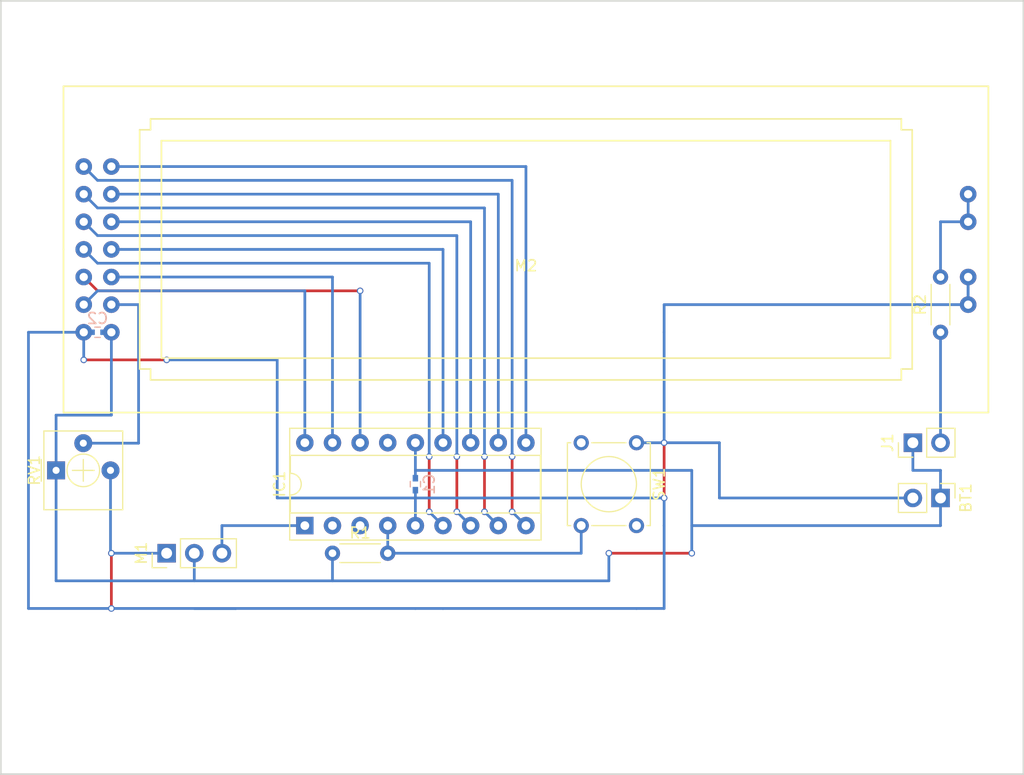
<source format=kicad_pcb>
(kicad_pcb (version 4) (host pcbnew 4.0.7)

  (general
    (links 37)
    (no_connects 2)
    (area -0.075001 -0.075001 94.055001 71.195001)
    (thickness 1.6)
    (drawings 4)
    (tracks 124)
    (zones 0)
    (modules 11)
    (nets 22)
  )

  (page A4)
  (layers
    (0 F.Cu signal)
    (31 B.Cu signal)
    (32 B.Adhes user)
    (33 F.Adhes user)
    (34 B.Paste user)
    (35 F.Paste user)
    (36 B.SilkS user)
    (37 F.SilkS user)
    (38 B.Mask user)
    (39 F.Mask user)
    (40 Dwgs.User user)
    (41 Cmts.User user)
    (42 Eco1.User user)
    (43 Eco2.User user)
    (44 Edge.Cuts user)
    (45 Margin user)
    (46 B.CrtYd user)
    (47 F.CrtYd user)
    (48 B.Fab user)
    (49 F.Fab user)
  )

  (setup
    (last_trace_width 0.25)
    (trace_clearance 0.2)
    (zone_clearance 0.508)
    (zone_45_only no)
    (trace_min 0.2)
    (segment_width 0.2)
    (edge_width 0.15)
    (via_size 0.6)
    (via_drill 0.4)
    (via_min_size 0.4)
    (via_min_drill 0.3)
    (uvia_size 0.3)
    (uvia_drill 0.1)
    (uvias_allowed no)
    (uvia_min_size 0.2)
    (uvia_min_drill 0.1)
    (pcb_text_width 0.3)
    (pcb_text_size 1.5 1.5)
    (mod_edge_width 0.15)
    (mod_text_size 1 1)
    (mod_text_width 0.15)
    (pad_size 1.524 1.524)
    (pad_drill 0.762)
    (pad_to_mask_clearance 0.2)
    (aux_axis_origin 0 0)
    (visible_elements FFFFFF7F)
    (pcbplotparams
      (layerselection 0x00030_80000001)
      (usegerberextensions false)
      (excludeedgelayer true)
      (linewidth 0.100000)
      (plotframeref false)
      (viasonmask false)
      (mode 1)
      (useauxorigin false)
      (hpglpennumber 1)
      (hpglpenspeed 20)
      (hpglpendiameter 15)
      (hpglpenoverlay 2)
      (psnegative false)
      (psa4output false)
      (plotreference true)
      (plotvalue true)
      (plotinvisibletext false)
      (padsonsilk false)
      (subtractmaskfromsilk false)
      (outputformat 1)
      (mirror false)
      (drillshape 1)
      (scaleselection 1)
      (outputdirectory ""))
  )

  (net 0 "")
  (net 1 GND)
  (net 2 VCC)
  (net 3 "Net-(IC1-Pad1)")
  (net 4 "Net-(IC1-Pad10)")
  (net 5 "Net-(IC1-Pad2)")
  (net 6 "Net-(IC1-Pad11)")
  (net 7 "Net-(IC1-Pad3)")
  (net 8 "Net-(IC1-Pad12)")
  (net 9 "Net-(IC1-Pad4)")
  (net 10 "Net-(IC1-Pad13)")
  (net 11 "Net-(IC1-Pad6)")
  (net 12 "Net-(IC1-Pad15)")
  (net 13 "Net-(IC1-Pad7)")
  (net 14 "Net-(IC1-Pad16)")
  (net 15 "Net-(IC1-Pad8)")
  (net 16 "Net-(IC1-Pad17)")
  (net 17 "Net-(IC1-Pad9)")
  (net 18 "Net-(IC1-Pad18)")
  (net 19 "Net-(M2-Pad3)")
  (net 20 "Net-(M2-Pad15)")
  (net 21 "Net-(J1-Pad2)")

  (net_class Default "これは標準のネット クラスです。"
    (clearance 0.2)
    (trace_width 0.25)
    (via_dia 0.6)
    (via_drill 0.4)
    (uvia_dia 0.3)
    (uvia_drill 0.1)
    (add_net GND)
    (add_net "Net-(IC1-Pad1)")
    (add_net "Net-(IC1-Pad10)")
    (add_net "Net-(IC1-Pad11)")
    (add_net "Net-(IC1-Pad12)")
    (add_net "Net-(IC1-Pad13)")
    (add_net "Net-(IC1-Pad15)")
    (add_net "Net-(IC1-Pad16)")
    (add_net "Net-(IC1-Pad17)")
    (add_net "Net-(IC1-Pad18)")
    (add_net "Net-(IC1-Pad2)")
    (add_net "Net-(IC1-Pad3)")
    (add_net "Net-(IC1-Pad4)")
    (add_net "Net-(IC1-Pad6)")
    (add_net "Net-(IC1-Pad7)")
    (add_net "Net-(IC1-Pad8)")
    (add_net "Net-(IC1-Pad9)")
    (add_net "Net-(J1-Pad2)")
    (add_net "Net-(M2-Pad15)")
    (add_net "Net-(M2-Pad3)")
    (add_net VCC)
  )

  (module Buttons_Switches_THT:SW_Tactile_Straight_KSL0Axx1LFTR (layer F.Cu) (tedit 592E7E42) (tstamp 5AA12AED)
    (at 58.42 40.64 270)
    (descr "SW PUSH SMALL http://www.ckswitches.com/media/1457/ksa_ksl.pdf")
    (tags "SW PUSH SMALL Tactile C&K")
    (path /5AA128D9)
    (fp_text reference SW1 (at 3.81 -2.08 270) (layer F.SilkS)
      (effects (font (size 1 1) (thickness 0.15)))
    )
    (fp_text value SW_Push (at 3.81 7.28 270) (layer F.Fab)
      (effects (font (size 1 1) (thickness 0.15)))
    )
    (fp_line (start 7.51 6.24) (end 0.11 6.24) (layer F.Fab) (width 0.1))
    (fp_line (start 7.51 -1.16) (end 7.51 6.24) (layer F.Fab) (width 0.1))
    (fp_line (start 0.11 -1.16) (end 7.51 -1.16) (layer F.Fab) (width 0.1))
    (fp_line (start 0.11 6.24) (end 0.11 -1.16) (layer F.Fab) (width 0.1))
    (fp_text user %R (at 3.81 2.54 270) (layer F.Fab)
      (effects (font (size 1 1) (thickness 0.15)))
    )
    (fp_line (start 0 -1.27) (end 7.62 -1.27) (layer F.SilkS) (width 0.12))
    (fp_line (start 7.62 -1.27) (end 7.62 -0.97) (layer F.SilkS) (width 0.12))
    (fp_line (start 7.62 6.35) (end 0 6.35) (layer F.SilkS) (width 0.12))
    (fp_line (start 0 -1.27) (end 0 -0.97) (layer F.SilkS) (width 0.12))
    (fp_line (start 7.62 0.97) (end 7.62 4.11) (layer F.SilkS) (width 0.12))
    (fp_line (start 0 0.97) (end 0 4.11) (layer F.SilkS) (width 0.12))
    (fp_line (start -0.95 -1.41) (end 8.57 -1.41) (layer F.CrtYd) (width 0.05))
    (fp_line (start -0.95 -1.41) (end -0.95 6.49) (layer F.CrtYd) (width 0.05))
    (fp_line (start 8.57 6.49) (end 8.57 -1.41) (layer F.CrtYd) (width 0.05))
    (fp_line (start 8.57 6.49) (end -0.95 6.49) (layer F.CrtYd) (width 0.05))
    (fp_line (start 7.62 6.05) (end 7.62 6.35) (layer F.SilkS) (width 0.12))
    (fp_line (start 0 6.05) (end 0 6.35) (layer F.SilkS) (width 0.12))
    (fp_circle (center 3.81 2.54) (end 3.81 0) (layer F.SilkS) (width 0.12))
    (pad 1 thru_hole circle (at 7.62 0 270) (size 1.397 1.397) (drill 0.8128) (layers *.Cu *.Mask)
      (net 1 GND))
    (pad 2 thru_hole circle (at 7.62 5.08 270) (size 1.397 1.397) (drill 0.8128) (layers *.Cu *.Mask)
      (net 9 "Net-(IC1-Pad4)"))
    (pad 1 thru_hole circle (at 0 0 270) (size 1.397 1.397) (drill 0.8128) (layers *.Cu *.Mask)
      (net 1 GND))
    (pad 2 thru_hole circle (at 0 5.08 270) (size 1.397 1.397) (drill 0.8128) (layers *.Cu *.Mask)
      (net 9 "Net-(IC1-Pad4)"))
    (model ${KISYS3DMOD}/Buttons_Switches_THT.3dshapes/SW_Tactile_Straight_KSL0Axx1LFTR.wrl
      (at (xyz 0 0 0))
      (scale (xyz 1 1 1))
      (rotate (xyz 0 0 0))
    )
  )

  (module Capacitors_SMD:C_0402 (layer B.Cu) (tedit 58AA841A) (tstamp 5AA0F8DC)
    (at 38.1 44.45 90)
    (descr "Capacitor SMD 0402, reflow soldering, AVX (see smccp.pdf)")
    (tags "capacitor 0402")
    (path /5AA0E766)
    (attr smd)
    (fp_text reference C1 (at 0 1.27 90) (layer B.SilkS)
      (effects (font (size 1 1) (thickness 0.15)) (justify mirror))
    )
    (fp_text value 0.1u (at 0 -1.27 90) (layer B.Fab)
      (effects (font (size 1 1) (thickness 0.15)) (justify mirror))
    )
    (fp_text user %R (at 0 1.27 90) (layer B.Fab)
      (effects (font (size 1 1) (thickness 0.15)) (justify mirror))
    )
    (fp_line (start -0.5 -0.25) (end -0.5 0.25) (layer B.Fab) (width 0.1))
    (fp_line (start 0.5 -0.25) (end -0.5 -0.25) (layer B.Fab) (width 0.1))
    (fp_line (start 0.5 0.25) (end 0.5 -0.25) (layer B.Fab) (width 0.1))
    (fp_line (start -0.5 0.25) (end 0.5 0.25) (layer B.Fab) (width 0.1))
    (fp_line (start 0.25 0.47) (end -0.25 0.47) (layer B.SilkS) (width 0.12))
    (fp_line (start -0.25 -0.47) (end 0.25 -0.47) (layer B.SilkS) (width 0.12))
    (fp_line (start -1 0.4) (end 1 0.4) (layer B.CrtYd) (width 0.05))
    (fp_line (start -1 0.4) (end -1 -0.4) (layer B.CrtYd) (width 0.05))
    (fp_line (start 1 -0.4) (end 1 0.4) (layer B.CrtYd) (width 0.05))
    (fp_line (start 1 -0.4) (end -1 -0.4) (layer B.CrtYd) (width 0.05))
    (pad 1 smd rect (at -0.55 0 90) (size 0.6 0.5) (layers B.Cu B.Paste B.Mask)
      (net 1 GND))
    (pad 2 smd rect (at 0.55 0 90) (size 0.6 0.5) (layers B.Cu B.Paste B.Mask)
      (net 2 VCC))
    (model Capacitors_SMD.3dshapes/C_0402.wrl
      (at (xyz 0 0 0))
      (scale (xyz 1 1 1))
      (rotate (xyz 0 0 0))
    )
  )

  (module Capacitors_SMD:C_0402 (layer B.Cu) (tedit 58AA841A) (tstamp 5AA0F8E2)
    (at 8.89 30.48 180)
    (descr "Capacitor SMD 0402, reflow soldering, AVX (see smccp.pdf)")
    (tags "capacitor 0402")
    (path /5AA0F0AD)
    (attr smd)
    (fp_text reference C2 (at 0 1.27 180) (layer B.SilkS)
      (effects (font (size 1 1) (thickness 0.15)) (justify mirror))
    )
    (fp_text value 0.1u (at 0 -1.27 180) (layer B.Fab)
      (effects (font (size 1 1) (thickness 0.15)) (justify mirror))
    )
    (fp_text user %R (at 0 1.27 180) (layer B.Fab)
      (effects (font (size 1 1) (thickness 0.15)) (justify mirror))
    )
    (fp_line (start -0.5 -0.25) (end -0.5 0.25) (layer B.Fab) (width 0.1))
    (fp_line (start 0.5 -0.25) (end -0.5 -0.25) (layer B.Fab) (width 0.1))
    (fp_line (start 0.5 0.25) (end 0.5 -0.25) (layer B.Fab) (width 0.1))
    (fp_line (start -0.5 0.25) (end 0.5 0.25) (layer B.Fab) (width 0.1))
    (fp_line (start 0.25 0.47) (end -0.25 0.47) (layer B.SilkS) (width 0.12))
    (fp_line (start -0.25 -0.47) (end 0.25 -0.47) (layer B.SilkS) (width 0.12))
    (fp_line (start -1 0.4) (end 1 0.4) (layer B.CrtYd) (width 0.05))
    (fp_line (start -1 0.4) (end -1 -0.4) (layer B.CrtYd) (width 0.05))
    (fp_line (start 1 -0.4) (end 1 0.4) (layer B.CrtYd) (width 0.05))
    (fp_line (start 1 -0.4) (end -1 -0.4) (layer B.CrtYd) (width 0.05))
    (pad 1 smd rect (at -0.55 0 180) (size 0.6 0.5) (layers B.Cu B.Paste B.Mask)
      (net 2 VCC))
    (pad 2 smd rect (at 0.55 0 180) (size 0.6 0.5) (layers B.Cu B.Paste B.Mask)
      (net 1 GND))
    (model Capacitors_SMD.3dshapes/C_0402.wrl
      (at (xyz 0 0 0))
      (scale (xyz 1 1 1))
      (rotate (xyz 0 0 0))
    )
  )

  (module Housings_DIP:DIP-18_W7.62mm_Socket (layer F.Cu) (tedit 59C78D6B) (tstamp 5AA0F8F8)
    (at 27.94 48.26 90)
    (descr "18-lead though-hole mounted DIP package, row spacing 7.62 mm (300 mils), Socket")
    (tags "THT DIP DIL PDIP 2.54mm 7.62mm 300mil Socket")
    (path /5AA0E26C)
    (fp_text reference IC1 (at 3.81 -2.33 90) (layer F.SilkS)
      (effects (font (size 1 1) (thickness 0.15)))
    )
    (fp_text value PIC16F1827 (at 3.81 22.65 90) (layer F.Fab)
      (effects (font (size 1 1) (thickness 0.15)))
    )
    (fp_arc (start 3.81 -1.33) (end 2.81 -1.33) (angle -180) (layer F.SilkS) (width 0.12))
    (fp_line (start 1.635 -1.27) (end 6.985 -1.27) (layer F.Fab) (width 0.1))
    (fp_line (start 6.985 -1.27) (end 6.985 21.59) (layer F.Fab) (width 0.1))
    (fp_line (start 6.985 21.59) (end 0.635 21.59) (layer F.Fab) (width 0.1))
    (fp_line (start 0.635 21.59) (end 0.635 -0.27) (layer F.Fab) (width 0.1))
    (fp_line (start 0.635 -0.27) (end 1.635 -1.27) (layer F.Fab) (width 0.1))
    (fp_line (start -1.27 -1.33) (end -1.27 21.65) (layer F.Fab) (width 0.1))
    (fp_line (start -1.27 21.65) (end 8.89 21.65) (layer F.Fab) (width 0.1))
    (fp_line (start 8.89 21.65) (end 8.89 -1.33) (layer F.Fab) (width 0.1))
    (fp_line (start 8.89 -1.33) (end -1.27 -1.33) (layer F.Fab) (width 0.1))
    (fp_line (start 2.81 -1.33) (end 1.16 -1.33) (layer F.SilkS) (width 0.12))
    (fp_line (start 1.16 -1.33) (end 1.16 21.65) (layer F.SilkS) (width 0.12))
    (fp_line (start 1.16 21.65) (end 6.46 21.65) (layer F.SilkS) (width 0.12))
    (fp_line (start 6.46 21.65) (end 6.46 -1.33) (layer F.SilkS) (width 0.12))
    (fp_line (start 6.46 -1.33) (end 4.81 -1.33) (layer F.SilkS) (width 0.12))
    (fp_line (start -1.33 -1.39) (end -1.33 21.71) (layer F.SilkS) (width 0.12))
    (fp_line (start -1.33 21.71) (end 8.95 21.71) (layer F.SilkS) (width 0.12))
    (fp_line (start 8.95 21.71) (end 8.95 -1.39) (layer F.SilkS) (width 0.12))
    (fp_line (start 8.95 -1.39) (end -1.33 -1.39) (layer F.SilkS) (width 0.12))
    (fp_line (start -1.55 -1.6) (end -1.55 21.9) (layer F.CrtYd) (width 0.05))
    (fp_line (start -1.55 21.9) (end 9.15 21.9) (layer F.CrtYd) (width 0.05))
    (fp_line (start 9.15 21.9) (end 9.15 -1.6) (layer F.CrtYd) (width 0.05))
    (fp_line (start 9.15 -1.6) (end -1.55 -1.6) (layer F.CrtYd) (width 0.05))
    (fp_text user %R (at 3.81 10.16 90) (layer F.Fab)
      (effects (font (size 1 1) (thickness 0.15)))
    )
    (pad 1 thru_hole rect (at 0 0 90) (size 1.6 1.6) (drill 0.8) (layers *.Cu *.Mask)
      (net 3 "Net-(IC1-Pad1)"))
    (pad 10 thru_hole oval (at 7.62 20.32 90) (size 1.6 1.6) (drill 0.8) (layers *.Cu *.Mask)
      (net 4 "Net-(IC1-Pad10)"))
    (pad 2 thru_hole oval (at 0 2.54 90) (size 1.6 1.6) (drill 0.8) (layers *.Cu *.Mask)
      (net 5 "Net-(IC1-Pad2)"))
    (pad 11 thru_hole oval (at 7.62 17.78 90) (size 1.6 1.6) (drill 0.8) (layers *.Cu *.Mask)
      (net 6 "Net-(IC1-Pad11)"))
    (pad 3 thru_hole oval (at 0 5.08 90) (size 1.6 1.6) (drill 0.8) (layers *.Cu *.Mask)
      (net 7 "Net-(IC1-Pad3)"))
    (pad 12 thru_hole oval (at 7.62 15.24 90) (size 1.6 1.6) (drill 0.8) (layers *.Cu *.Mask)
      (net 8 "Net-(IC1-Pad12)"))
    (pad 4 thru_hole oval (at 0 7.62 90) (size 1.6 1.6) (drill 0.8) (layers *.Cu *.Mask)
      (net 9 "Net-(IC1-Pad4)"))
    (pad 13 thru_hole oval (at 7.62 12.7 90) (size 1.6 1.6) (drill 0.8) (layers *.Cu *.Mask)
      (net 10 "Net-(IC1-Pad13)"))
    (pad 5 thru_hole oval (at 0 10.16 90) (size 1.6 1.6) (drill 0.8) (layers *.Cu *.Mask)
      (net 1 GND))
    (pad 14 thru_hole oval (at 7.62 10.16 90) (size 1.6 1.6) (drill 0.8) (layers *.Cu *.Mask)
      (net 2 VCC))
    (pad 6 thru_hole oval (at 0 12.7 90) (size 1.6 1.6) (drill 0.8) (layers *.Cu *.Mask)
      (net 11 "Net-(IC1-Pad6)"))
    (pad 15 thru_hole oval (at 7.62 7.62 90) (size 1.6 1.6) (drill 0.8) (layers *.Cu *.Mask)
      (net 12 "Net-(IC1-Pad15)"))
    (pad 7 thru_hole oval (at 0 15.24 90) (size 1.6 1.6) (drill 0.8) (layers *.Cu *.Mask)
      (net 13 "Net-(IC1-Pad7)"))
    (pad 16 thru_hole oval (at 7.62 5.08 90) (size 1.6 1.6) (drill 0.8) (layers *.Cu *.Mask)
      (net 14 "Net-(IC1-Pad16)"))
    (pad 8 thru_hole oval (at 0 17.78 90) (size 1.6 1.6) (drill 0.8) (layers *.Cu *.Mask)
      (net 15 "Net-(IC1-Pad8)"))
    (pad 17 thru_hole oval (at 7.62 2.54 90) (size 1.6 1.6) (drill 0.8) (layers *.Cu *.Mask)
      (net 16 "Net-(IC1-Pad17)"))
    (pad 9 thru_hole oval (at 0 20.32 90) (size 1.6 1.6) (drill 0.8) (layers *.Cu *.Mask)
      (net 17 "Net-(IC1-Pad9)"))
    (pad 18 thru_hole oval (at 7.62 0 90) (size 1.6 1.6) (drill 0.8) (layers *.Cu *.Mask)
      (net 18 "Net-(IC1-Pad18)"))
    (model ${KISYS3DMOD}/Housings_DIP.3dshapes/DIP-18_W7.62mm_Socket.wrl
      (at (xyz 0 0 0))
      (scale (xyz 1 1 1))
      (rotate (xyz 0 0 0))
    )
  )

  (module Pin_Headers:Pin_Header_Straight_1x03_Pitch2.54mm (layer F.Cu) (tedit 59650532) (tstamp 5AA0F8FF)
    (at 15.24 50.8 90)
    (descr "Through hole straight pin header, 1x03, 2.54mm pitch, single row")
    (tags "Through hole pin header THT 1x03 2.54mm single row")
    (path /5AA0E2BB)
    (fp_text reference M1 (at 0 -2.33 90) (layer F.SilkS)
      (effects (font (size 1 1) (thickness 0.15)))
    )
    (fp_text value Octopus_DHT11 (at 0 7.41 90) (layer F.Fab)
      (effects (font (size 1 1) (thickness 0.15)))
    )
    (fp_line (start -0.635 -1.27) (end 1.27 -1.27) (layer F.Fab) (width 0.1))
    (fp_line (start 1.27 -1.27) (end 1.27 6.35) (layer F.Fab) (width 0.1))
    (fp_line (start 1.27 6.35) (end -1.27 6.35) (layer F.Fab) (width 0.1))
    (fp_line (start -1.27 6.35) (end -1.27 -0.635) (layer F.Fab) (width 0.1))
    (fp_line (start -1.27 -0.635) (end -0.635 -1.27) (layer F.Fab) (width 0.1))
    (fp_line (start -1.33 6.41) (end 1.33 6.41) (layer F.SilkS) (width 0.12))
    (fp_line (start -1.33 1.27) (end -1.33 6.41) (layer F.SilkS) (width 0.12))
    (fp_line (start 1.33 1.27) (end 1.33 6.41) (layer F.SilkS) (width 0.12))
    (fp_line (start -1.33 1.27) (end 1.33 1.27) (layer F.SilkS) (width 0.12))
    (fp_line (start -1.33 0) (end -1.33 -1.33) (layer F.SilkS) (width 0.12))
    (fp_line (start -1.33 -1.33) (end 0 -1.33) (layer F.SilkS) (width 0.12))
    (fp_line (start -1.8 -1.8) (end -1.8 6.85) (layer F.CrtYd) (width 0.05))
    (fp_line (start -1.8 6.85) (end 1.8 6.85) (layer F.CrtYd) (width 0.05))
    (fp_line (start 1.8 6.85) (end 1.8 -1.8) (layer F.CrtYd) (width 0.05))
    (fp_line (start 1.8 -1.8) (end -1.8 -1.8) (layer F.CrtYd) (width 0.05))
    (fp_text user %R (at 0 2.54 180) (layer F.Fab)
      (effects (font (size 1 1) (thickness 0.15)))
    )
    (pad 1 thru_hole rect (at 0 0 90) (size 1.7 1.7) (drill 1) (layers *.Cu *.Mask)
      (net 1 GND))
    (pad 2 thru_hole oval (at 0 2.54 90) (size 1.7 1.7) (drill 1) (layers *.Cu *.Mask)
      (net 2 VCC))
    (pad 3 thru_hole oval (at 0 5.08 90) (size 1.7 1.7) (drill 1) (layers *.Cu *.Mask)
      (net 3 "Net-(IC1-Pad1)"))
    (model ${KISYS3DMOD}/Pin_Headers.3dshapes/Pin_Header_Straight_1x03_Pitch2.54mm.wrl
      (at (xyz 0 0 0))
      (scale (xyz 1 1 1))
      (rotate (xyz 0 0 0))
    )
  )

  (module Resistors_THT:R_Axial_DIN0204_L3.6mm_D1.6mm_P5.08mm_Horizontal (layer F.Cu) (tedit 5874F706) (tstamp 5AA0F931)
    (at 30.48 50.8)
    (descr "Resistor, Axial_DIN0204 series, Axial, Horizontal, pin pitch=5.08mm, 0.16666666666666666W = 1/6W, length*diameter=3.6*1.6mm^2, http://cdn-reichelt.de/documents/datenblatt/B400/1_4W%23YAG.pdf")
    (tags "Resistor Axial_DIN0204 series Axial Horizontal pin pitch 5.08mm 0.16666666666666666W = 1/6W length 3.6mm diameter 1.6mm")
    (path /5AA0E733)
    (fp_text reference R1 (at 2.54 -1.86) (layer F.SilkS)
      (effects (font (size 1 1) (thickness 0.15)))
    )
    (fp_text value 10k (at 2.54 1.86) (layer F.Fab)
      (effects (font (size 1 1) (thickness 0.15)))
    )
    (fp_line (start 0.74 -0.8) (end 0.74 0.8) (layer F.Fab) (width 0.1))
    (fp_line (start 0.74 0.8) (end 4.34 0.8) (layer F.Fab) (width 0.1))
    (fp_line (start 4.34 0.8) (end 4.34 -0.8) (layer F.Fab) (width 0.1))
    (fp_line (start 4.34 -0.8) (end 0.74 -0.8) (layer F.Fab) (width 0.1))
    (fp_line (start 0 0) (end 0.74 0) (layer F.Fab) (width 0.1))
    (fp_line (start 5.08 0) (end 4.34 0) (layer F.Fab) (width 0.1))
    (fp_line (start 0.68 -0.86) (end 4.4 -0.86) (layer F.SilkS) (width 0.12))
    (fp_line (start 0.68 0.86) (end 4.4 0.86) (layer F.SilkS) (width 0.12))
    (fp_line (start -0.95 -1.15) (end -0.95 1.15) (layer F.CrtYd) (width 0.05))
    (fp_line (start -0.95 1.15) (end 6.05 1.15) (layer F.CrtYd) (width 0.05))
    (fp_line (start 6.05 1.15) (end 6.05 -1.15) (layer F.CrtYd) (width 0.05))
    (fp_line (start 6.05 -1.15) (end -0.95 -1.15) (layer F.CrtYd) (width 0.05))
    (pad 1 thru_hole circle (at 0 0) (size 1.4 1.4) (drill 0.7) (layers *.Cu *.Mask)
      (net 2 VCC))
    (pad 2 thru_hole oval (at 5.08 0) (size 1.4 1.4) (drill 0.7) (layers *.Cu *.Mask)
      (net 9 "Net-(IC1-Pad4)"))
    (model ${KISYS3DMOD}/Resistors_THT.3dshapes/R_Axial_DIN0204_L3.6mm_D1.6mm_P5.08mm_Horizontal.wrl
      (at (xyz 0 0 0))
      (scale (xyz 0.393701 0.393701 0.393701))
      (rotate (xyz 0 0 0))
    )
  )

  (module Resistors_THT:R_Axial_DIN0204_L3.6mm_D1.6mm_P5.08mm_Horizontal (layer F.Cu) (tedit 5874F706) (tstamp 5AA0F937)
    (at 86.36 30.48 90)
    (descr "Resistor, Axial_DIN0204 series, Axial, Horizontal, pin pitch=5.08mm, 0.16666666666666666W = 1/6W, length*diameter=3.6*1.6mm^2, http://cdn-reichelt.de/documents/datenblatt/B400/1_4W%23YAG.pdf")
    (tags "Resistor Axial_DIN0204 series Axial Horizontal pin pitch 5.08mm 0.16666666666666666W = 1/6W length 3.6mm diameter 1.6mm")
    (path /5AA0E6D6)
    (fp_text reference R2 (at 2.54 -1.86 90) (layer F.SilkS)
      (effects (font (size 1 1) (thickness 0.15)))
    )
    (fp_text value 100 (at 2.54 1.86 90) (layer F.Fab)
      (effects (font (size 1 1) (thickness 0.15)))
    )
    (fp_line (start 0.74 -0.8) (end 0.74 0.8) (layer F.Fab) (width 0.1))
    (fp_line (start 0.74 0.8) (end 4.34 0.8) (layer F.Fab) (width 0.1))
    (fp_line (start 4.34 0.8) (end 4.34 -0.8) (layer F.Fab) (width 0.1))
    (fp_line (start 4.34 -0.8) (end 0.74 -0.8) (layer F.Fab) (width 0.1))
    (fp_line (start 0 0) (end 0.74 0) (layer F.Fab) (width 0.1))
    (fp_line (start 5.08 0) (end 4.34 0) (layer F.Fab) (width 0.1))
    (fp_line (start 0.68 -0.86) (end 4.4 -0.86) (layer F.SilkS) (width 0.12))
    (fp_line (start 0.68 0.86) (end 4.4 0.86) (layer F.SilkS) (width 0.12))
    (fp_line (start -0.95 -1.15) (end -0.95 1.15) (layer F.CrtYd) (width 0.05))
    (fp_line (start -0.95 1.15) (end 6.05 1.15) (layer F.CrtYd) (width 0.05))
    (fp_line (start 6.05 1.15) (end 6.05 -1.15) (layer F.CrtYd) (width 0.05))
    (fp_line (start 6.05 -1.15) (end -0.95 -1.15) (layer F.CrtYd) (width 0.05))
    (pad 1 thru_hole circle (at 0 0 90) (size 1.4 1.4) (drill 0.7) (layers *.Cu *.Mask)
      (net 21 "Net-(J1-Pad2)"))
    (pad 2 thru_hole oval (at 5.08 0 90) (size 1.4 1.4) (drill 0.7) (layers *.Cu *.Mask)
      (net 20 "Net-(M2-Pad15)"))
    (model ${KISYS3DMOD}/Resistors_THT.3dshapes/R_Axial_DIN0204_L3.6mm_D1.6mm_P5.08mm_Horizontal.wrl
      (at (xyz 0 0 0))
      (scale (xyz 0.393701 0.393701 0.393701))
      (rotate (xyz 0 0 0))
    )
  )

  (module Potentiometers:Potentiometer_Trimmer_Copal_CT-6EP (layer F.Cu) (tedit 59A855DB) (tstamp 5AA0F93E)
    (at 5.08 43.18 90)
    (descr "single turn cermet trimmer, Copal CT-6EP, https://www.nidec-copal-electronics.com/e/catalog/trimmer/ct-6.pdf")
    (tags "potentiometer trimmer")
    (path /5AA0E667)
    (fp_text reference RV1 (at 0 -2 90) (layer F.SilkS)
      (effects (font (size 1 1) (thickness 0.15)))
    )
    (fp_text value 20k (at 0 7 90) (layer F.Fab)
      (effects (font (size 1 1) (thickness 0.15)))
    )
    (fp_circle (center 0 2.5) (end 1.5 2.5) (layer F.SilkS) (width 0.12))
    (fp_line (start 0 0) (end 1 -1) (layer F.Fab) (width 0.1))
    (fp_line (start 1 -1) (end 3.5 -1) (layer F.Fab) (width 0.1))
    (fp_line (start 3.5 -1) (end 3.5 6) (layer F.Fab) (width 0.1))
    (fp_line (start 3.5 6) (end -3.5 6) (layer F.Fab) (width 0.1))
    (fp_line (start -3.5 6) (end -3.5 -1) (layer F.Fab) (width 0.1))
    (fp_line (start -3.5 -1) (end -1 -1) (layer F.Fab) (width 0.1))
    (fp_line (start -1 -1) (end 0 0) (layer F.Fab) (width 0.1))
    (fp_line (start -3.62 -1.12) (end -3.62 6.12) (layer F.SilkS) (width 0.12))
    (fp_line (start -3.62 6.12) (end 3.62 6.12) (layer F.SilkS) (width 0.12))
    (fp_line (start 3.62 6.12) (end 3.62 -1.12) (layer F.SilkS) (width 0.12))
    (fp_line (start 3.62 -1.12) (end -3.62 -1.12) (layer F.SilkS) (width 0.12))
    (fp_line (start -1 -1.36) (end 1 -1.36) (layer F.SilkS) (width 0.12))
    (fp_line (start 0 1.5) (end 0 3.5) (layer F.SilkS) (width 0.12))
    (fp_line (start -1 2.5) (end 1 2.5) (layer F.SilkS) (width 0.12))
    (fp_line (start -3.75 -1.25) (end -3.75 6.25) (layer F.CrtYd) (width 0.05))
    (fp_line (start -3.75 6.25) (end 3.75 6.25) (layer F.CrtYd) (width 0.05))
    (fp_line (start 3.75 6.25) (end 3.75 -1.25) (layer F.CrtYd) (width 0.05))
    (fp_line (start 3.75 -1.25) (end -3.75 -1.25) (layer F.CrtYd) (width 0.05))
    (fp_text user %R (at 0 2.5 90) (layer F.Fab)
      (effects (font (size 1 1) (thickness 0.15)))
    )
    (pad 1 thru_hole rect (at 0 0 90) (size 1.65 1.65) (drill 0.65) (layers *.Cu *.Mask)
      (net 2 VCC))
    (pad 2 thru_hole circle (at 2.5 2.5 90) (size 1.65 1.65) (drill 0.65) (layers *.Cu *.Mask)
      (net 19 "Net-(M2-Pad3)"))
    (pad 3 thru_hole circle (at 0 5 90) (size 1.65 1.65) (drill 0.65) (layers *.Cu *.Mask)
      (net 1 GND))
    (model ${KISYS3DMOD}/Potentiometers.3dshapes/Potentiometer_Trimmer_Copal_CT-6EP.wrl
      (at (xyz 0 0 0))
      (scale (xyz 1 1 1))
      (rotate (xyz 0 0 0))
    )
  )

  (module Pin_Headers:Pin_Header_Straight_1x02_Pitch2.54mm (layer F.Cu) (tedit 59650532) (tstamp 5AA0FEB2)
    (at 86.36 45.72 270)
    (descr "Through hole straight pin header, 1x02, 2.54mm pitch, single row")
    (tags "Through hole pin header THT 1x02 2.54mm single row")
    (path /5AA0FD9A)
    (fp_text reference BT1 (at 0 -2.33 270) (layer F.SilkS)
      (effects (font (size 1 1) (thickness 0.15)))
    )
    (fp_text value Battery (at 0 4.87 270) (layer F.Fab)
      (effects (font (size 1 1) (thickness 0.15)))
    )
    (fp_line (start -0.635 -1.27) (end 1.27 -1.27) (layer F.Fab) (width 0.1))
    (fp_line (start 1.27 -1.27) (end 1.27 3.81) (layer F.Fab) (width 0.1))
    (fp_line (start 1.27 3.81) (end -1.27 3.81) (layer F.Fab) (width 0.1))
    (fp_line (start -1.27 3.81) (end -1.27 -0.635) (layer F.Fab) (width 0.1))
    (fp_line (start -1.27 -0.635) (end -0.635 -1.27) (layer F.Fab) (width 0.1))
    (fp_line (start -1.33 3.87) (end 1.33 3.87) (layer F.SilkS) (width 0.12))
    (fp_line (start -1.33 1.27) (end -1.33 3.87) (layer F.SilkS) (width 0.12))
    (fp_line (start 1.33 1.27) (end 1.33 3.87) (layer F.SilkS) (width 0.12))
    (fp_line (start -1.33 1.27) (end 1.33 1.27) (layer F.SilkS) (width 0.12))
    (fp_line (start -1.33 0) (end -1.33 -1.33) (layer F.SilkS) (width 0.12))
    (fp_line (start -1.33 -1.33) (end 0 -1.33) (layer F.SilkS) (width 0.12))
    (fp_line (start -1.8 -1.8) (end -1.8 4.35) (layer F.CrtYd) (width 0.05))
    (fp_line (start -1.8 4.35) (end 1.8 4.35) (layer F.CrtYd) (width 0.05))
    (fp_line (start 1.8 4.35) (end 1.8 -1.8) (layer F.CrtYd) (width 0.05))
    (fp_line (start 1.8 -1.8) (end -1.8 -1.8) (layer F.CrtYd) (width 0.05))
    (fp_text user %R (at 0 1.27 360) (layer F.Fab)
      (effects (font (size 1 1) (thickness 0.15)))
    )
    (pad 1 thru_hole rect (at 0 0 270) (size 1.7 1.7) (drill 1) (layers *.Cu *.Mask)
      (net 2 VCC))
    (pad 2 thru_hole oval (at 0 2.54 270) (size 1.7 1.7) (drill 1) (layers *.Cu *.Mask)
      (net 1 GND))
    (model ${KISYS3DMOD}/Pin_Headers.3dshapes/Pin_Header_Straight_1x02_Pitch2.54mm.wrl
      (at (xyz 0 0 0))
      (scale (xyz 1 1 1))
      (rotate (xyz 0 0 0))
    )
  )

  (module mylib:SC1602 (layer F.Cu) (tedit 5AA0FF49) (tstamp 5AA108F4)
    (at 48.26 22.86)
    (path /5AA0E1D7)
    (fp_text reference M2 (at 0 1.5) (layer F.SilkS)
      (effects (font (size 1 1) (thickness 0.15)))
    )
    (fp_text value SC1602 (at 0 -1.5) (layer F.Fab)
      (effects (font (size 1 1) (thickness 0.15)))
    )
    (fp_line (start -33.5 -10) (end -33.5 10) (layer F.SilkS) (width 0.15))
    (fp_line (start -33.5 10) (end 33.5 10) (layer F.SilkS) (width 0.15))
    (fp_line (start 33.5 10) (end 33.5 -10) (layer F.SilkS) (width 0.15))
    (fp_line (start 33.5 -10) (end -33.5 -10) (layer F.SilkS) (width 0.15))
    (fp_line (start -35.5 0) (end -35.5 -11) (layer F.SilkS) (width 0.15))
    (fp_line (start -35.5 -11) (end -34.5 -11) (layer F.SilkS) (width 0.15))
    (fp_line (start -34.5 -11) (end -34.5 -12) (layer F.SilkS) (width 0.15))
    (fp_line (start -34.5 -12) (end 34.5 -12) (layer F.SilkS) (width 0.15))
    (fp_line (start 34.5 -12) (end 34.5 -11) (layer F.SilkS) (width 0.15))
    (fp_line (start 34.5 -11) (end 35.5 -11) (layer F.SilkS) (width 0.15))
    (fp_line (start 35.5 -11) (end 35.5 11) (layer F.SilkS) (width 0.15))
    (fp_line (start 35.5 11) (end 34.5 11) (layer F.SilkS) (width 0.15))
    (fp_line (start 34.5 11) (end 34.5 12) (layer F.SilkS) (width 0.15))
    (fp_line (start 34.5 12) (end -34.5 12) (layer F.SilkS) (width 0.15))
    (fp_line (start -35.5 0) (end -35.5 11) (layer F.SilkS) (width 0.15))
    (fp_line (start -35.5 11) (end -34.5 11) (layer F.SilkS) (width 0.15))
    (fp_line (start -34.5 11) (end -34.5 12) (layer F.SilkS) (width 0.15))
    (fp_line (start 42.5 -15) (end -42.5 -15) (layer F.SilkS) (width 0.15))
    (fp_line (start 42.5 -15) (end 42.5 15) (layer F.SilkS) (width 0.15))
    (fp_line (start 42.5 15) (end -42.5 15) (layer F.SilkS) (width 0.15))
    (fp_line (start -42.5 15) (end -42.5 0) (layer F.SilkS) (width 0.15))
    (fp_line (start -42.5 0) (end -42.5 -15) (layer F.SilkS) (width 0.15))
    (pad 1 thru_hole circle (at -38.1 7.62) (size 1.524 1.524) (drill 0.762) (layers *.Cu *.Mask)
      (net 2 VCC))
    (pad 2 thru_hole circle (at -40.64 7.62) (size 1.524 1.524) (drill 0.762) (layers *.Cu *.Mask)
      (net 1 GND))
    (pad 3 thru_hole circle (at -38.1 5.08) (size 1.524 1.524) (drill 0.762) (layers *.Cu *.Mask)
      (net 19 "Net-(M2-Pad3)"))
    (pad 4 thru_hole circle (at -40.64 5.08) (size 1.524 1.524) (drill 0.762) (layers *.Cu *.Mask)
      (net 18 "Net-(IC1-Pad18)"))
    (pad 5 thru_hole circle (at -38.1 2.54) (size 1.524 1.524) (drill 0.762) (layers *.Cu *.Mask)
      (net 16 "Net-(IC1-Pad17)"))
    (pad 6 thru_hole circle (at -40.64 2.54) (size 1.524 1.524) (drill 0.762) (layers *.Cu *.Mask)
      (net 14 "Net-(IC1-Pad16)"))
    (pad 7 thru_hole circle (at -38.1 0) (size 1.524 1.524) (drill 0.762) (layers *.Cu *.Mask)
      (net 10 "Net-(IC1-Pad13)"))
    (pad 8 thru_hole circle (at -40.64 0) (size 1.524 1.524) (drill 0.762) (layers *.Cu *.Mask)
      (net 11 "Net-(IC1-Pad6)"))
    (pad 9 thru_hole circle (at -38.1 -2.54) (size 1.524 1.524) (drill 0.762) (layers *.Cu *.Mask)
      (net 8 "Net-(IC1-Pad12)"))
    (pad 10 thru_hole circle (at -40.64 -2.54) (size 1.524 1.524) (drill 0.762) (layers *.Cu *.Mask)
      (net 13 "Net-(IC1-Pad7)"))
    (pad 11 thru_hole circle (at -38.1 -5.08) (size 1.524 1.524) (drill 0.762) (layers *.Cu *.Mask)
      (net 6 "Net-(IC1-Pad11)"))
    (pad 12 thru_hole circle (at -40.64 -5.08) (size 1.524 1.524) (drill 0.762) (layers *.Cu *.Mask)
      (net 15 "Net-(IC1-Pad8)"))
    (pad 13 thru_hole circle (at -38.1 -7.62) (size 1.524 1.524) (drill 0.762) (layers *.Cu *.Mask)
      (net 4 "Net-(IC1-Pad10)"))
    (pad 14 thru_hole circle (at -40.64 -7.62) (size 1.524 1.524) (drill 0.762) (layers *.Cu *.Mask)
      (net 17 "Net-(IC1-Pad9)"))
    (pad 15 thru_hole circle (at 40.64 -5.08) (size 1.524 1.524) (drill 0.762) (layers *.Cu *.Mask)
      (net 20 "Net-(M2-Pad15)"))
    (pad 15 thru_hole circle (at 40.64 -2.54) (size 1.524 1.524) (drill 0.762) (layers *.Cu *.Mask)
      (net 20 "Net-(M2-Pad15)"))
    (pad 16 thru_hole circle (at 40.64 2.54) (size 1.524 1.524) (drill 0.762) (layers *.Cu *.Mask)
      (net 1 GND))
    (pad 16 thru_hole circle (at 40.64 5.08) (size 1.524 1.524) (drill 0.762) (layers *.Cu *.Mask)
      (net 1 GND))
  )

  (module Pin_Headers:Pin_Header_Straight_1x02_Pitch2.54mm (layer F.Cu) (tedit 59650532) (tstamp 5AA13954)
    (at 83.82 40.64 90)
    (descr "Through hole straight pin header, 1x02, 2.54mm pitch, single row")
    (tags "Through hole pin header THT 1x02 2.54mm single row")
    (path /5AA13BFD)
    (fp_text reference J1 (at 0 -2.33 90) (layer F.SilkS)
      (effects (font (size 1 1) (thickness 0.15)))
    )
    (fp_text value Conn_02x01 (at 0 4.87 90) (layer F.Fab)
      (effects (font (size 1 1) (thickness 0.15)))
    )
    (fp_line (start -0.635 -1.27) (end 1.27 -1.27) (layer F.Fab) (width 0.1))
    (fp_line (start 1.27 -1.27) (end 1.27 3.81) (layer F.Fab) (width 0.1))
    (fp_line (start 1.27 3.81) (end -1.27 3.81) (layer F.Fab) (width 0.1))
    (fp_line (start -1.27 3.81) (end -1.27 -0.635) (layer F.Fab) (width 0.1))
    (fp_line (start -1.27 -0.635) (end -0.635 -1.27) (layer F.Fab) (width 0.1))
    (fp_line (start -1.33 3.87) (end 1.33 3.87) (layer F.SilkS) (width 0.12))
    (fp_line (start -1.33 1.27) (end -1.33 3.87) (layer F.SilkS) (width 0.12))
    (fp_line (start 1.33 1.27) (end 1.33 3.87) (layer F.SilkS) (width 0.12))
    (fp_line (start -1.33 1.27) (end 1.33 1.27) (layer F.SilkS) (width 0.12))
    (fp_line (start -1.33 0) (end -1.33 -1.33) (layer F.SilkS) (width 0.12))
    (fp_line (start -1.33 -1.33) (end 0 -1.33) (layer F.SilkS) (width 0.12))
    (fp_line (start -1.8 -1.8) (end -1.8 4.35) (layer F.CrtYd) (width 0.05))
    (fp_line (start -1.8 4.35) (end 1.8 4.35) (layer F.CrtYd) (width 0.05))
    (fp_line (start 1.8 4.35) (end 1.8 -1.8) (layer F.CrtYd) (width 0.05))
    (fp_line (start 1.8 -1.8) (end -1.8 -1.8) (layer F.CrtYd) (width 0.05))
    (fp_text user %R (at 0 1.27 180) (layer F.Fab)
      (effects (font (size 1 1) (thickness 0.15)))
    )
    (pad 1 thru_hole rect (at 0 0 90) (size 1.7 1.7) (drill 1) (layers *.Cu *.Mask)
      (net 2 VCC))
    (pad 2 thru_hole oval (at 0 2.54 90) (size 1.7 1.7) (drill 1) (layers *.Cu *.Mask)
      (net 21 "Net-(J1-Pad2)"))
    (model ${KISYS3DMOD}/Pin_Headers.3dshapes/Pin_Header_Straight_1x02_Pitch2.54mm.wrl
      (at (xyz 0 0 0))
      (scale (xyz 1 1 1))
      (rotate (xyz 0 0 0))
    )
  )

  (gr_line (start 93.98 0) (end 93.98 71.12) (angle 90) (layer Edge.Cuts) (width 0.15))
  (gr_line (start 0 0) (end 93.98 0) (angle 90) (layer Edge.Cuts) (width 0.15))
  (gr_line (start 0 0) (end 0 71.12) (angle 90) (layer Edge.Cuts) (width 0.15))
  (gr_line (start 0 71.12) (end 93.98 71.12) (angle 90) (layer Edge.Cuts) (width 0.15))

  (segment (start 60.96 40.64) (end 66.04 40.64) (width 0.25) (layer B.Cu) (net 1))
  (segment (start 66.04 45.72) (end 83.82 45.72) (width 0.25) (layer B.Cu) (net 1) (tstamp 5AA13A9B) (status 800000))
  (segment (start 66.04 40.64) (end 66.04 45.72) (width 0.25) (layer B.Cu) (net 1) (tstamp 5AA13A9A))
  (segment (start 58.42 40.64) (end 60.96 40.64) (width 0.25) (layer B.Cu) (net 1))
  (segment (start 60.96 48.26) (end 60.96 55.88) (width 0.25) (layer B.Cu) (net 1))
  (segment (start 60.96 55.88) (end 58.42 55.88) (width 0.25) (layer B.Cu) (net 1) (tstamp 5AA139F7))
  (segment (start 60.96 45.72) (end 60.96 48.26) (width 0.25) (layer B.Cu) (net 1))
  (via (at 60.96 40.64) (size 0.6) (drill 0.4) (layers F.Cu B.Cu) (net 1))
  (segment (start 38.1 45.72) (end 60.96 45.72) (width 0.25) (layer B.Cu) (net 1))
  (via (at 60.96 45.72) (size 0.6) (drill 0.4) (layers F.Cu B.Cu) (net 1))
  (segment (start 60.96 45.72) (end 60.96 40.64) (width 0.25) (layer F.Cu) (net 1) (tstamp 5AA139E8))
  (segment (start 58.42 55.88) (end 40.64 55.88) (width 0.25) (layer B.Cu) (net 1) (tstamp 5AA12B9F))
  (segment (start 21.59 55.88) (end 38.1 55.88) (width 0.25) (layer B.Cu) (net 1) (tstamp 5AA13574))
  (segment (start 38.1 55.88) (end 40.64 55.88) (width 0.25) (layer B.Cu) (net 1) (tstamp 5AA12B46))
  (segment (start 7.62 30.48) (end 2.54 30.48) (width 0.25) (layer B.Cu) (net 1))
  (segment (start 2.54 30.48) (end 2.54 55.88) (width 0.25) (layer B.Cu) (net 1) (tstamp 5AA1287C))
  (segment (start 2.54 55.88) (end 10.16 55.88) (width 0.25) (layer B.Cu) (net 1) (tstamp 5AA1287D))
  (segment (start 15.24 33.02) (end 25.4 33.02) (width 0.25) (layer B.Cu) (net 1))
  (segment (start 25.4 33.02) (end 25.4 45.72) (width 0.25) (layer B.Cu) (net 1) (tstamp 5AA136E1))
  (segment (start 15.24 50.8) (end 10.16 50.8) (width 0.25) (layer B.Cu) (net 1))
  (segment (start 7.62 33.02) (end 7.62 30.48) (width 0.25) (layer B.Cu) (net 1) (tstamp 5AA13693))
  (via (at 7.62 33.02) (size 0.6) (drill 0.4) (layers F.Cu B.Cu) (net 1))
  (segment (start 15.24 33.02) (end 7.62 33.02) (width 0.25) (layer F.Cu) (net 1) (tstamp 5AA13690))
  (via (at 15.24 33.02) (size 0.6) (drill 0.4) (layers F.Cu B.Cu) (net 1))
  (segment (start 10.08 43.18) (end 10.08 50.72) (width 0.25) (layer B.Cu) (net 1))
  (via (at 10.16 55.88) (size 0.6) (drill 0.4) (layers F.Cu B.Cu) (net 1))
  (segment (start 10.16 50.8) (end 10.16 55.88) (width 0.25) (layer F.Cu) (net 1) (tstamp 5AA13631))
  (via (at 10.16 50.8) (size 0.6) (drill 0.4) (layers F.Cu B.Cu) (net 1))
  (segment (start 10.08 50.72) (end 10.16 50.8) (width 0.25) (layer B.Cu) (net 1) (tstamp 5AA1362D))
  (segment (start 17.78 55.88) (end 21.59 55.88) (width 0.25) (layer B.Cu) (net 1))
  (segment (start 38.1 45.72) (end 25.4 45.72) (width 0.25) (layer B.Cu) (net 1))
  (segment (start 60.96 30.48) (end 60.96 27.94) (width 0.25) (layer B.Cu) (net 1) (tstamp 5AA12839))
  (segment (start 60.96 27.94) (end 88.9 27.94) (width 0.25) (layer B.Cu) (net 1) (tstamp 5AA1283A))
  (segment (start 60.96 40.64) (end 60.96 30.48) (width 0.25) (layer B.Cu) (net 1))
  (segment (start 10.16 55.88) (end 21.59 55.88) (width 0.25) (layer B.Cu) (net 1) (tstamp 5AA13636))
  (segment (start 88.9 27.94) (end 88.9 25.4) (width 0.25) (layer B.Cu) (net 1) (tstamp 5AA1283C))
  (segment (start 88.9 25.4) (end 88.9 27.94) (width 0.25) (layer B.Cu) (net 1))
  (segment (start 38.1 45) (end 38.1 45.72) (width 0.25) (layer B.Cu) (net 1))
  (segment (start 38.1 45.72) (end 38.1 48.26) (width 0.25) (layer B.Cu) (net 1) (tstamp 5AA1356B))
  (segment (start 8.34 30.48) (end 7.62 30.48) (width 0.25) (layer B.Cu) (net 1))
  (segment (start 83.82 40.64) (end 83.82 43.18) (width 0.25) (layer B.Cu) (net 2) (status 400000))
  (segment (start 86.36 43.18) (end 86.36 45.72) (width 0.25) (layer B.Cu) (net 2) (tstamp 5AA13AA4) (status 800000))
  (segment (start 83.82 43.18) (end 86.36 43.18) (width 0.25) (layer B.Cu) (net 2) (tstamp 5AA13AA3))
  (segment (start 86.36 45.72) (end 86.36 48.26) (width 0.25) (layer B.Cu) (net 2) (status 400000))
  (segment (start 86.36 48.26) (end 63.5 48.26) (width 0.25) (layer B.Cu) (net 2) (tstamp 5AA13A9E))
  (segment (start 63.5 43.18) (end 63.5 48.26) (width 0.25) (layer B.Cu) (net 2))
  (segment (start 63.5 48.26) (end 63.5 50.8) (width 0.25) (layer B.Cu) (net 2) (tstamp 5AA13AA1))
  (via (at 63.5 50.8) (size 0.6) (drill 0.4) (layers F.Cu B.Cu) (net 2))
  (segment (start 63.5 43.18) (end 38.1 43.18) (width 0.25) (layer B.Cu) (net 2) (tstamp 5AA13A8E))
  (via (at 55.88 50.8) (size 0.6) (drill 0.4) (layers F.Cu B.Cu) (net 2))
  (segment (start 63.5 50.8) (end 55.88 50.8) (width 0.25) (layer F.Cu) (net 2) (tstamp 5AA13A94))
  (segment (start 55.88 53.34) (end 55.88 50.8) (width 0.25) (layer B.Cu) (net 2) (tstamp 5AA137F8))
  (segment (start 55.88 53.34) (end 30.48 53.34) (width 0.25) (layer B.Cu) (net 2))
  (segment (start 17.78 53.34) (end 30.48 53.34) (width 0.25) (layer B.Cu) (net 2))
  (segment (start 30.48 53.34) (end 30.48 50.8) (width 0.25) (layer B.Cu) (net 2) (tstamp 5AA137F5))
  (segment (start 17.78 53.34) (end 5.08 53.34) (width 0.25) (layer B.Cu) (net 2))
  (segment (start 5.08 53.34) (end 5.08 43.18) (width 0.25) (layer B.Cu) (net 2) (tstamp 5AA136CB))
  (segment (start 17.78 50.8) (end 17.78 53.34) (width 0.25) (layer B.Cu) (net 2))
  (segment (start 10.16 30.48) (end 10.16 38.1) (width 0.25) (layer B.Cu) (net 2))
  (segment (start 10.16 38.1) (end 5.08 38.1) (width 0.25) (layer B.Cu) (net 2) (tstamp 5AA12391))
  (segment (start 5.08 38.1) (end 5.08 43.18) (width 0.25) (layer B.Cu) (net 2) (tstamp 5AA12392))
  (segment (start 38.1 43.9) (end 38.1 43.18) (width 0.25) (layer B.Cu) (net 2))
  (segment (start 38.1 43.18) (end 38.1 40.64) (width 0.25) (layer B.Cu) (net 2) (tstamp 5AA12217))
  (segment (start 9.44 30.48) (end 10.16 30.48) (width 0.25) (layer B.Cu) (net 2))
  (segment (start 27.94 48.26) (end 20.32 48.26) (width 0.25) (layer B.Cu) (net 3))
  (segment (start 20.32 48.26) (end 20.32 50.8) (width 0.25) (layer B.Cu) (net 3) (tstamp 5AA13606))
  (segment (start 10.16 15.24) (end 48.26 15.24) (width 0.25) (layer B.Cu) (net 4))
  (segment (start 48.26 15.24) (end 48.26 40.64) (width 0.25) (layer B.Cu) (net 4) (tstamp 5AA1340B))
  (segment (start 45.72 40.64) (end 45.72 17.78) (width 0.25) (layer B.Cu) (net 6))
  (segment (start 45.72 17.78) (end 10.16 17.78) (width 0.25) (layer B.Cu) (net 6) (tstamp 5AA13410))
  (segment (start 10.16 20.32) (end 43.18 20.32) (width 0.25) (layer B.Cu) (net 8))
  (segment (start 43.18 20.32) (end 43.18 40.64) (width 0.25) (layer B.Cu) (net 8) (tstamp 5AA13413))
  (segment (start 53.34 48.26) (end 53.34 50.8) (width 0.25) (layer B.Cu) (net 9))
  (segment (start 53.34 50.8) (end 35.56 50.8) (width 0.25) (layer B.Cu) (net 9))
  (segment (start 35.56 50.8) (end 35.56 50.8) (width 0.25) (layer B.Cu) (net 9) (status 30))
  (segment (start 35.56 50.8) (end 35.56 50.8) (width 0.25) (layer B.Cu) (net 9) (status 10))
  (segment (start 35.56 50.8) (end 35.56 48.26) (width 0.25) (layer B.Cu) (net 9) (tstamp 5AA1214D))
  (segment (start 40.64 40.64) (end 40.64 22.86) (width 0.25) (layer B.Cu) (net 10))
  (segment (start 40.64 22.86) (end 10.16 22.86) (width 0.25) (layer B.Cu) (net 10) (tstamp 5AA13417))
  (segment (start 40.64 48.26) (end 39.37 46.99) (width 0.25) (layer B.Cu) (net 11))
  (segment (start 8.89 24.13) (end 7.62 22.86) (width 0.25) (layer B.Cu) (net 11) (tstamp 5AA134F1))
  (segment (start 39.37 24.13) (end 8.89 24.13) (width 0.25) (layer B.Cu) (net 11) (tstamp 5AA134F0))
  (segment (start 39.37 41.91) (end 39.37 24.13) (width 0.25) (layer B.Cu) (net 11) (tstamp 5AA134EF))
  (via (at 39.37 41.91) (size 0.6) (drill 0.4) (layers F.Cu B.Cu) (net 11))
  (segment (start 39.37 46.99) (end 39.37 41.91) (width 0.25) (layer F.Cu) (net 11) (tstamp 5AA134EC))
  (via (at 39.37 46.99) (size 0.6) (drill 0.4) (layers F.Cu B.Cu) (net 11))
  (segment (start 7.62 20.32) (end 8.89 21.59) (width 0.25) (layer B.Cu) (net 13))
  (segment (start 41.91 46.99) (end 43.18 48.26) (width 0.25) (layer B.Cu) (net 13) (tstamp 5AA134E7))
  (via (at 41.91 46.99) (size 0.6) (drill 0.4) (layers F.Cu B.Cu) (net 13))
  (segment (start 41.91 41.91) (end 41.91 46.99) (width 0.25) (layer F.Cu) (net 13) (tstamp 5AA134E4))
  (via (at 41.91 41.91) (size 0.6) (drill 0.4) (layers F.Cu B.Cu) (net 13))
  (segment (start 41.91 21.59) (end 41.91 41.91) (width 0.25) (layer B.Cu) (net 13) (tstamp 5AA134DF))
  (segment (start 8.89 21.59) (end 41.91 21.59) (width 0.25) (layer B.Cu) (net 13) (tstamp 5AA134DE))
  (segment (start 7.62 25.4) (end 8.89 26.67) (width 0.25) (layer F.Cu) (net 14))
  (segment (start 33.02 26.67) (end 33.02 40.64) (width 0.25) (layer B.Cu) (net 14) (tstamp 5AA1352C))
  (via (at 33.02 26.67) (size 0.6) (drill 0.4) (layers F.Cu B.Cu) (net 14))
  (segment (start 8.89 26.67) (end 33.02 26.67) (width 0.25) (layer F.Cu) (net 14) (tstamp 5AA13527))
  (segment (start 45.72 48.26) (end 44.45 46.99) (width 0.25) (layer B.Cu) (net 15))
  (segment (start 8.89 19.05) (end 7.62 17.78) (width 0.25) (layer B.Cu) (net 15) (tstamp 5AA134DB))
  (segment (start 44.45 19.05) (end 8.89 19.05) (width 0.25) (layer B.Cu) (net 15) (tstamp 5AA134DA))
  (segment (start 44.45 41.91) (end 44.45 19.05) (width 0.25) (layer B.Cu) (net 15) (tstamp 5AA134D9))
  (via (at 44.45 41.91) (size 0.6) (drill 0.4) (layers F.Cu B.Cu) (net 15))
  (segment (start 44.45 46.99) (end 44.45 41.91) (width 0.25) (layer F.Cu) (net 15) (tstamp 5AA134D6))
  (via (at 44.45 46.99) (size 0.6) (drill 0.4) (layers F.Cu B.Cu) (net 15))
  (segment (start 10.16 25.4) (end 30.48 25.4) (width 0.25) (layer B.Cu) (net 16))
  (segment (start 30.48 25.4) (end 30.48 40.64) (width 0.25) (layer B.Cu) (net 16) (tstamp 5AA13420))
  (segment (start 7.62 15.24) (end 8.89 16.51) (width 0.25) (layer B.Cu) (net 17))
  (segment (start 46.99 46.99) (end 48.26 48.26) (width 0.25) (layer B.Cu) (net 17) (tstamp 5AA134D1))
  (via (at 46.99 46.99) (size 0.6) (drill 0.4) (layers F.Cu B.Cu) (net 17))
  (segment (start 46.99 41.91) (end 46.99 46.99) (width 0.25) (layer F.Cu) (net 17) (tstamp 5AA134CE))
  (via (at 46.99 41.91) (size 0.6) (drill 0.4) (layers F.Cu B.Cu) (net 17))
  (segment (start 46.99 16.51) (end 46.99 41.91) (width 0.25) (layer B.Cu) (net 17) (tstamp 5AA134C4))
  (segment (start 8.89 16.51) (end 46.99 16.51) (width 0.25) (layer B.Cu) (net 17) (tstamp 5AA134C3))
  (segment (start 7.62 27.94) (end 8.89 26.67) (width 0.25) (layer B.Cu) (net 18))
  (segment (start 27.94 26.67) (end 27.94 40.64) (width 0.25) (layer B.Cu) (net 18) (tstamp 5AA1350E))
  (segment (start 8.89 26.67) (end 27.94 26.67) (width 0.25) (layer B.Cu) (net 18) (tstamp 5AA1350C))
  (segment (start 7.58 40.68) (end 12.66 40.68) (width 0.25) (layer B.Cu) (net 19))
  (segment (start 12.7 27.94) (end 12.66 27.98) (width 0.25) (layer B.Cu) (net 19) (tstamp 5AA11E84))
  (segment (start 12.66 27.98) (end 12.66 40.68) (width 0.25) (layer B.Cu) (net 19) (tstamp 5AA11E87))
  (segment (start 12.7 27.94) (end 10.16 27.94) (width 0.25) (layer B.Cu) (net 19))
  (segment (start 86.36 25.4) (end 86.36 20.32) (width 0.25) (layer B.Cu) (net 20))
  (segment (start 86.36 20.32) (end 88.9 20.32) (width 0.25) (layer B.Cu) (net 20) (tstamp 5AA121F7))
  (segment (start 88.9 17.78) (end 88.9 20.32) (width 0.25) (layer B.Cu) (net 20))
  (segment (start 86.36 30.48) (end 86.36 40.64) (width 0.25) (layer B.Cu) (net 21))

)

</source>
